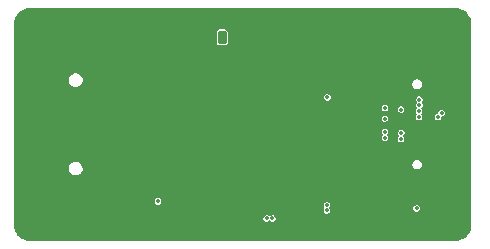
<source format=gbr>
%TF.GenerationSoftware,KiCad,Pcbnew,9.0.0-rc3*%
%TF.CreationDate,2025-02-11T14:32:45-05:00*%
%TF.ProjectId,melonHD,6d656c6f-6e48-4442-9e6b-696361645f70,rev?*%
%TF.SameCoordinates,PX7459280PY6422c40*%
%TF.FileFunction,Copper,L2,Inr*%
%TF.FilePolarity,Positive*%
%FSLAX46Y46*%
G04 Gerber Fmt 4.6, Leading zero omitted, Abs format (unit mm)*
G04 Created by KiCad (PCBNEW 9.0.0-rc3) date 2025-02-11 14:32:45*
%MOMM*%
%LPD*%
G01*
G04 APERTURE LIST*
%TA.AperFunction,ComponentPad*%
%ADD10O,1.600000X0.600000*%
%TD*%
%TA.AperFunction,ComponentPad*%
%ADD11O,1.690000X0.600000*%
%TD*%
%TA.AperFunction,ComponentPad*%
%ADD12O,0.600000X1.200000*%
%TD*%
%TA.AperFunction,ViaPad*%
%ADD13C,0.350000*%
%TD*%
%TA.AperFunction,ViaPad*%
%ADD14C,2.250000*%
%TD*%
%TA.AperFunction,Conductor*%
%ADD15C,0.350000*%
%TD*%
G04 APERTURE END LIST*
%TA.AperFunction,ComponentPad*%
G36*
G01*
X5500000Y14905000D02*
X6550000Y14905000D01*
G75*
G02*
X7025000Y14430000I0J-475000D01*
G01*
X7025000Y14430000D01*
G75*
G02*
X6550000Y13955000I-475000J0D01*
G01*
X5500000Y13955000D01*
G75*
G02*
X5025000Y14430000I0J475000D01*
G01*
X5025000Y14430000D01*
G75*
G02*
X5500000Y14905000I475000J0D01*
G01*
G37*
%TD.AperFunction*%
%TA.AperFunction,ComponentPad*%
G36*
G01*
X5500000Y4045000D02*
X6550000Y4045000D01*
G75*
G02*
X7025000Y3570000I0J-475000D01*
G01*
X7025000Y3570000D01*
G75*
G02*
X6550000Y3095000I-475000J0D01*
G01*
X5500000Y3095000D01*
G75*
G02*
X5025000Y3570000I0J475000D01*
G01*
X5025000Y3570000D01*
G75*
G02*
X5500000Y4045000I475000J0D01*
G01*
G37*
%TD.AperFunction*%
%TA.AperFunction,ComponentPad*%
G36*
G01*
X1100000Y14905000D02*
X1950000Y14905000D01*
G75*
G02*
X2425000Y14430000I0J-475000D01*
G01*
X2425000Y14430000D01*
G75*
G02*
X1950000Y13955000I-475000J0D01*
G01*
X1100000Y13955000D01*
G75*
G02*
X625000Y14430000I0J475000D01*
G01*
X625000Y14430000D01*
G75*
G02*
X1100000Y14905000I475000J0D01*
G01*
G37*
%TD.AperFunction*%
%TA.AperFunction,ComponentPad*%
G36*
G01*
X1100000Y4045000D02*
X1950000Y4045000D01*
G75*
G02*
X2425000Y3570000I0J-475000D01*
G01*
X2425000Y3570000D01*
G75*
G02*
X1950000Y3095000I-475000J0D01*
G01*
X1100000Y3095000D01*
G75*
G02*
X625000Y3570000I0J475000D01*
G01*
X625000Y3570000D01*
G75*
G02*
X1100000Y4045000I475000J0D01*
G01*
G37*
%TD.AperFunction*%
D10*
X32925000Y4680000D03*
D11*
X37475000Y4680000D03*
D12*
X33425000Y4990000D03*
X33425000Y13010000D03*
D10*
X32925000Y13320000D03*
D11*
X37475000Y13320000D03*
%TA.AperFunction,ComponentPad*%
G36*
X31921004Y4706192D02*
G01*
X31921015Y4706383D01*
X31923015Y4732383D01*
X31923033Y4732573D01*
X31926033Y4758573D01*
X31926090Y4758944D01*
X31931090Y4784944D01*
X31931138Y4785167D01*
X31937138Y4810167D01*
X31937172Y4810300D01*
X31944172Y4836300D01*
X31944318Y4836756D01*
X31953318Y4860756D01*
X31953385Y4860923D01*
X31963385Y4884923D01*
X31963455Y4885083D01*
X31974455Y4909083D01*
X31974647Y4909460D01*
X31987647Y4932460D01*
X31987782Y4932684D01*
X32015782Y4976684D01*
X32016023Y4977030D01*
X32032023Y4998030D01*
X32032190Y4998238D01*
X32049190Y5018238D01*
X32049370Y5018439D01*
X32067370Y5037439D01*
X32067561Y5037630D01*
X32086561Y5055630D01*
X32086762Y5055810D01*
X32106762Y5072810D01*
X32106970Y5072977D01*
X32127970Y5088977D01*
X32128316Y5089218D01*
X32172316Y5117218D01*
X32172540Y5117353D01*
X32195540Y5130353D01*
X32195917Y5130545D01*
X32219917Y5141545D01*
X32220077Y5141615D01*
X32244077Y5151615D01*
X32244244Y5151682D01*
X32268244Y5160682D01*
X32268700Y5160828D01*
X32294700Y5167828D01*
X32294833Y5167862D01*
X32319833Y5173862D01*
X32320056Y5173910D01*
X32346056Y5178910D01*
X32346427Y5178967D01*
X32372427Y5181967D01*
X32372617Y5181985D01*
X32398617Y5183985D01*
X32398808Y5183996D01*
X32424808Y5184996D01*
X32425000Y5185000D01*
X32929820Y5185000D01*
X32930764Y5185472D01*
X32933000Y5186000D01*
X32933820Y5186000D01*
X32936764Y5187472D01*
X32939000Y5188000D01*
X32939820Y5188000D01*
X32944036Y5190108D01*
X32946464Y5192536D01*
X32947764Y5193472D01*
X32948273Y5193726D01*
X32948528Y5194236D01*
X32950764Y5196472D01*
X32951273Y5196726D01*
X32951528Y5197236D01*
X32952464Y5198536D01*
X32954892Y5200964D01*
X32957000Y5205180D01*
X32957000Y5206000D01*
X32957528Y5208236D01*
X32959000Y5211180D01*
X32959000Y5212000D01*
X32959528Y5214236D01*
X32960000Y5215180D01*
X32960000Y5260000D01*
X32960004Y5260208D01*
X32961004Y5284208D01*
X32961017Y5284415D01*
X32963017Y5308415D01*
X32963039Y5308620D01*
X32966039Y5332620D01*
X32966068Y5332822D01*
X32970068Y5356822D01*
X32970162Y5357262D01*
X32976162Y5380262D01*
X32976217Y5380456D01*
X32983217Y5403456D01*
X32983278Y5403643D01*
X32991278Y5426643D01*
X32991372Y5426893D01*
X33000372Y5448893D01*
X33000448Y5449069D01*
X33010448Y5471069D01*
X33010659Y5471481D01*
X33034659Y5513481D01*
X33034975Y5513966D01*
X33048975Y5532966D01*
X33049076Y5533098D01*
X33079076Y5571098D01*
X33079464Y5571536D01*
X33113464Y5605536D01*
X33113902Y5605924D01*
X33151902Y5635924D01*
X33152034Y5636025D01*
X33171034Y5650025D01*
X33171519Y5650341D01*
X33213519Y5674341D01*
X33213931Y5674552D01*
X33235931Y5684552D01*
X33236107Y5684628D01*
X33258107Y5693628D01*
X33258357Y5693722D01*
X33281357Y5701722D01*
X33281544Y5701783D01*
X33304544Y5708783D01*
X33304738Y5708838D01*
X33327738Y5714838D01*
X33328178Y5714932D01*
X33352178Y5718932D01*
X33352380Y5718961D01*
X33376380Y5721961D01*
X33376585Y5721983D01*
X33400585Y5723983D01*
X33400792Y5723996D01*
X33424792Y5724996D01*
X33425192Y5724996D01*
X33451192Y5723996D01*
X33451383Y5723985D01*
X33477383Y5721985D01*
X33477573Y5721967D01*
X33503573Y5718967D01*
X33503944Y5718910D01*
X33529944Y5713910D01*
X33530167Y5713862D01*
X33555167Y5707862D01*
X33555300Y5707828D01*
X33581300Y5700828D01*
X33581756Y5700682D01*
X33605756Y5691682D01*
X33605923Y5691615D01*
X33629923Y5681615D01*
X33630083Y5681545D01*
X33654083Y5670545D01*
X33654460Y5670353D01*
X33677460Y5657353D01*
X33677684Y5657218D01*
X33721684Y5629218D01*
X33722030Y5628977D01*
X33743030Y5612977D01*
X33743238Y5612810D01*
X33763238Y5595810D01*
X33763439Y5595630D01*
X33782439Y5577630D01*
X33782630Y5577439D01*
X33800630Y5558439D01*
X33800810Y5558238D01*
X33817810Y5538238D01*
X33817977Y5538030D01*
X33833977Y5517030D01*
X33834218Y5516684D01*
X33862218Y5472684D01*
X33862353Y5472460D01*
X33875353Y5449460D01*
X33875545Y5449083D01*
X33886545Y5425083D01*
X33886615Y5424923D01*
X33896615Y5400923D01*
X33896682Y5400756D01*
X33905682Y5376756D01*
X33905828Y5376300D01*
X33912828Y5350300D01*
X33912862Y5350167D01*
X33918862Y5325167D01*
X33918910Y5324944D01*
X33923910Y5298944D01*
X33923967Y5298573D01*
X33926967Y5272573D01*
X33926985Y5272383D01*
X33928985Y5246383D01*
X33928996Y5246192D01*
X33929996Y5220192D01*
X33930000Y5220000D01*
X33930000Y4680000D01*
X33929996Y4679808D01*
X33928996Y4653808D01*
X33928985Y4653617D01*
X33926985Y4627617D01*
X33926967Y4627427D01*
X33923967Y4601427D01*
X33923910Y4601056D01*
X33918910Y4575056D01*
X33918862Y4574833D01*
X33912862Y4549833D01*
X33912828Y4549700D01*
X33905828Y4523700D01*
X33905682Y4523244D01*
X33896682Y4499244D01*
X33896615Y4499077D01*
X33886615Y4475077D01*
X33886545Y4474917D01*
X33875545Y4450917D01*
X33875353Y4450540D01*
X33862353Y4427540D01*
X33862218Y4427316D01*
X33834218Y4383316D01*
X33833977Y4382970D01*
X33817977Y4361970D01*
X33817810Y4361762D01*
X33800810Y4341762D01*
X33800630Y4341561D01*
X33782630Y4322561D01*
X33782439Y4322370D01*
X33763439Y4304370D01*
X33763238Y4304190D01*
X33743238Y4287190D01*
X33743030Y4287023D01*
X33722030Y4271023D01*
X33721684Y4270782D01*
X33677684Y4242782D01*
X33677460Y4242647D01*
X33654460Y4229647D01*
X33654083Y4229455D01*
X33630083Y4218455D01*
X33629923Y4218385D01*
X33605923Y4208385D01*
X33605756Y4208318D01*
X33581756Y4199318D01*
X33581300Y4199172D01*
X33555300Y4192172D01*
X33555167Y4192138D01*
X33530167Y4186138D01*
X33529944Y4186090D01*
X33503944Y4181090D01*
X33503573Y4181033D01*
X33477573Y4178033D01*
X33477383Y4178015D01*
X33451383Y4176015D01*
X33451192Y4176004D01*
X33425192Y4175004D01*
X33425000Y4175000D01*
X32425000Y4175000D01*
X32424808Y4175004D01*
X32398808Y4176004D01*
X32398617Y4176015D01*
X32372617Y4178015D01*
X32372427Y4178033D01*
X32346427Y4181033D01*
X32346056Y4181090D01*
X32320056Y4186090D01*
X32319833Y4186138D01*
X32294833Y4192138D01*
X32294700Y4192172D01*
X32268700Y4199172D01*
X32268244Y4199318D01*
X32244244Y4208318D01*
X32244077Y4208385D01*
X32220077Y4218385D01*
X32219917Y4218455D01*
X32195917Y4229455D01*
X32195540Y4229647D01*
X32172540Y4242647D01*
X32172316Y4242782D01*
X32128316Y4270782D01*
X32127970Y4271023D01*
X32106970Y4287023D01*
X32106762Y4287190D01*
X32086762Y4304190D01*
X32086561Y4304370D01*
X32067561Y4322370D01*
X32067370Y4322561D01*
X32049370Y4341561D01*
X32049190Y4341762D01*
X32032190Y4361762D01*
X32032023Y4361970D01*
X32016023Y4382970D01*
X32015782Y4383316D01*
X31987782Y4427316D01*
X31987647Y4427540D01*
X31974647Y4450540D01*
X31974455Y4450917D01*
X31963455Y4474917D01*
X31963385Y4475077D01*
X31953385Y4499077D01*
X31953318Y4499244D01*
X31944318Y4523244D01*
X31944172Y4523700D01*
X31937172Y4549700D01*
X31937138Y4549833D01*
X31931138Y4574833D01*
X31931090Y4575056D01*
X31926090Y4601056D01*
X31926033Y4601427D01*
X31923033Y4627427D01*
X31923015Y4627617D01*
X31921015Y4653617D01*
X31921004Y4653808D01*
X31920004Y4679808D01*
X31920004Y4680192D01*
X31921004Y4706192D01*
G37*
%TD.AperFunction*%
%TA.AperFunction,ComponentPad*%
G36*
X31931004Y13346192D02*
G01*
X31931015Y13346383D01*
X31933015Y13372383D01*
X31933033Y13372573D01*
X31936033Y13398573D01*
X31936090Y13398944D01*
X31941090Y13424944D01*
X31941138Y13425167D01*
X31947138Y13450167D01*
X31947172Y13450300D01*
X31954172Y13476300D01*
X31954318Y13476756D01*
X31963318Y13500756D01*
X31963385Y13500923D01*
X31973385Y13524923D01*
X31973455Y13525083D01*
X31984455Y13549083D01*
X31984647Y13549460D01*
X31997647Y13572460D01*
X31997782Y13572684D01*
X32025782Y13616684D01*
X32026023Y13617030D01*
X32042023Y13638030D01*
X32042190Y13638238D01*
X32059190Y13658238D01*
X32059370Y13658439D01*
X32077370Y13677439D01*
X32077561Y13677630D01*
X32096561Y13695630D01*
X32096762Y13695810D01*
X32116762Y13712810D01*
X32116970Y13712977D01*
X32137970Y13728977D01*
X32138316Y13729218D01*
X32182316Y13757218D01*
X32182540Y13757353D01*
X32205540Y13770353D01*
X32205917Y13770545D01*
X32229917Y13781545D01*
X32230077Y13781615D01*
X32254077Y13791615D01*
X32254244Y13791682D01*
X32278244Y13800682D01*
X32278700Y13800828D01*
X32304700Y13807828D01*
X32304833Y13807862D01*
X32329833Y13813862D01*
X32330056Y13813910D01*
X32356056Y13818910D01*
X32356427Y13818967D01*
X32382427Y13821967D01*
X32382617Y13821985D01*
X32408617Y13823985D01*
X32408808Y13823996D01*
X32434808Y13824996D01*
X32435000Y13825000D01*
X33425000Y13825000D01*
X33425192Y13824996D01*
X33451192Y13823996D01*
X33451383Y13823985D01*
X33477383Y13821985D01*
X33477573Y13821967D01*
X33503573Y13818967D01*
X33503944Y13818910D01*
X33529944Y13813910D01*
X33530167Y13813862D01*
X33555167Y13807862D01*
X33555300Y13807828D01*
X33581300Y13800828D01*
X33581756Y13800682D01*
X33605756Y13791682D01*
X33605923Y13791615D01*
X33629923Y13781615D01*
X33630083Y13781545D01*
X33654083Y13770545D01*
X33654460Y13770353D01*
X33677460Y13757353D01*
X33677684Y13757218D01*
X33721684Y13729218D01*
X33722030Y13728977D01*
X33743030Y13712977D01*
X33743238Y13712810D01*
X33763238Y13695810D01*
X33763439Y13695630D01*
X33782439Y13677630D01*
X33782630Y13677439D01*
X33800630Y13658439D01*
X33800810Y13658238D01*
X33817810Y13638238D01*
X33817977Y13638030D01*
X33833977Y13617030D01*
X33834218Y13616684D01*
X33862218Y13572684D01*
X33862353Y13572460D01*
X33875353Y13549460D01*
X33875545Y13549083D01*
X33886545Y13525083D01*
X33886615Y13524923D01*
X33896615Y13500923D01*
X33896682Y13500756D01*
X33905682Y13476756D01*
X33905828Y13476300D01*
X33912828Y13450300D01*
X33912862Y13450167D01*
X33918862Y13425167D01*
X33918910Y13424944D01*
X33923910Y13398944D01*
X33923967Y13398573D01*
X33926967Y13372573D01*
X33926985Y13372383D01*
X33928985Y13346383D01*
X33928996Y13346192D01*
X33929996Y13320192D01*
X33930000Y13320000D01*
X33930000Y12780000D01*
X33929996Y12779808D01*
X33928996Y12753808D01*
X33928985Y12753617D01*
X33926985Y12727617D01*
X33926967Y12727427D01*
X33923967Y12701427D01*
X33923910Y12701056D01*
X33918910Y12675056D01*
X33918862Y12674833D01*
X33912862Y12649833D01*
X33912828Y12649700D01*
X33905828Y12623700D01*
X33905682Y12623244D01*
X33896682Y12599244D01*
X33896615Y12599077D01*
X33886615Y12575077D01*
X33886545Y12574917D01*
X33875545Y12550917D01*
X33875353Y12550540D01*
X33862353Y12527540D01*
X33862218Y12527316D01*
X33834218Y12483316D01*
X33833977Y12482970D01*
X33817977Y12461970D01*
X33817810Y12461762D01*
X33800810Y12441762D01*
X33800630Y12441561D01*
X33782630Y12422561D01*
X33782439Y12422370D01*
X33763439Y12404370D01*
X33763238Y12404190D01*
X33743238Y12387190D01*
X33743030Y12387023D01*
X33722030Y12371023D01*
X33721684Y12370782D01*
X33677684Y12342782D01*
X33677460Y12342647D01*
X33654460Y12329647D01*
X33654083Y12329455D01*
X33630083Y12318455D01*
X33629923Y12318385D01*
X33605923Y12308385D01*
X33605756Y12308318D01*
X33581756Y12299318D01*
X33581300Y12299172D01*
X33555300Y12292172D01*
X33555167Y12292138D01*
X33530167Y12286138D01*
X33529944Y12286090D01*
X33503944Y12281090D01*
X33503573Y12281033D01*
X33477573Y12278033D01*
X33477383Y12278015D01*
X33451383Y12276015D01*
X33451192Y12276004D01*
X33425192Y12275004D01*
X33424815Y12275003D01*
X33397815Y12276003D01*
X33397567Y12276019D01*
X33374567Y12278019D01*
X33374178Y12278068D01*
X33350178Y12282068D01*
X33349938Y12282114D01*
X33326938Y12287114D01*
X33326738Y12287162D01*
X33303738Y12293162D01*
X33303544Y12293217D01*
X33280544Y12300217D01*
X33280291Y12300301D01*
X33258291Y12308301D01*
X33257931Y12308448D01*
X33213931Y12328448D01*
X33213428Y12328713D01*
X33193428Y12340713D01*
X33193275Y12340808D01*
X33173275Y12353808D01*
X33173133Y12353904D01*
X33153133Y12367904D01*
X33152930Y12368053D01*
X33134930Y12382053D01*
X33134678Y12382263D01*
X33116678Y12398263D01*
X33116464Y12398464D01*
X33099464Y12415464D01*
X33099359Y12415573D01*
X33083359Y12432573D01*
X33083175Y12432779D01*
X33067175Y12451779D01*
X33066975Y12452034D01*
X33052975Y12471034D01*
X33052808Y12471275D01*
X33039808Y12491275D01*
X33039713Y12491428D01*
X33027713Y12511428D01*
X33027528Y12511764D01*
X33016528Y12533764D01*
X33016486Y12533850D01*
X33006486Y12554850D01*
X33006372Y12555107D01*
X32997372Y12577107D01*
X32997217Y12577544D01*
X32983217Y12623544D01*
X32983114Y12623938D01*
X32978114Y12646938D01*
X32978068Y12647178D01*
X32974068Y12671178D01*
X32974019Y12671567D01*
X32972017Y12694585D01*
X32970017Y12718585D01*
X32970000Y12719000D01*
X32970000Y12784820D01*
X32969528Y12785764D01*
X32969000Y12788000D01*
X32969000Y12788820D01*
X32967528Y12791764D01*
X32967000Y12794000D01*
X32967000Y12794820D01*
X32964892Y12799036D01*
X32962464Y12801464D01*
X32961528Y12802764D01*
X32961273Y12803274D01*
X32960764Y12803528D01*
X32958528Y12805764D01*
X32958273Y12806274D01*
X32957764Y12806528D01*
X32956464Y12807464D01*
X32954036Y12809892D01*
X32949820Y12812000D01*
X32949000Y12812000D01*
X32946764Y12812528D01*
X32943820Y12814000D01*
X32943000Y12814000D01*
X32940764Y12814528D01*
X32939820Y12815000D01*
X32435000Y12815000D01*
X32434808Y12815004D01*
X32408808Y12816004D01*
X32408617Y12816015D01*
X32382617Y12818015D01*
X32382427Y12818033D01*
X32356427Y12821033D01*
X32356056Y12821090D01*
X32330056Y12826090D01*
X32329833Y12826138D01*
X32304833Y12832138D01*
X32304700Y12832172D01*
X32278700Y12839172D01*
X32278244Y12839318D01*
X32254244Y12848318D01*
X32254077Y12848385D01*
X32230077Y12858385D01*
X32229917Y12858455D01*
X32205917Y12869455D01*
X32205540Y12869647D01*
X32182540Y12882647D01*
X32182316Y12882782D01*
X32138316Y12910782D01*
X32137970Y12911023D01*
X32116970Y12927023D01*
X32116762Y12927190D01*
X32096762Y12944190D01*
X32096561Y12944370D01*
X32077561Y12962370D01*
X32077370Y12962561D01*
X32059370Y12981561D01*
X32059190Y12981762D01*
X32042190Y13001762D01*
X32042023Y13001970D01*
X32026023Y13022970D01*
X32025782Y13023316D01*
X31997782Y13067316D01*
X31997647Y13067540D01*
X31984647Y13090540D01*
X31984455Y13090917D01*
X31973455Y13114917D01*
X31973385Y13115077D01*
X31963385Y13139077D01*
X31963318Y13139244D01*
X31954318Y13163244D01*
X31954172Y13163700D01*
X31947172Y13189700D01*
X31947138Y13189833D01*
X31941138Y13214833D01*
X31941090Y13215056D01*
X31936090Y13241056D01*
X31936033Y13241427D01*
X31933033Y13267427D01*
X31933015Y13267617D01*
X31931015Y13293617D01*
X31931004Y13293808D01*
X31930004Y13319808D01*
X31930004Y13320192D01*
X31931004Y13346192D01*
G37*
%TD.AperFunction*%
%TA.AperFunction,ComponentPad*%
G36*
X36320015Y4943383D02*
G01*
X36321015Y4956383D01*
X36321058Y4956760D01*
X36325058Y4982760D01*
X36325221Y4983470D01*
X36329180Y4996335D01*
X36332149Y5008213D01*
X36332333Y5008795D01*
X36337333Y5021795D01*
X36337385Y5021923D01*
X36342385Y5033923D01*
X36342448Y5034069D01*
X36347448Y5045069D01*
X36347528Y5045236D01*
X36353528Y5057236D01*
X36353782Y5057684D01*
X36360782Y5068684D01*
X36360956Y5068941D01*
X36368956Y5079941D01*
X36369096Y5080123D01*
X36385096Y5100123D01*
X36385284Y5100345D01*
X36394284Y5110345D01*
X36394655Y5110716D01*
X36404655Y5119716D01*
X36404877Y5119904D01*
X36424877Y5135904D01*
X36425059Y5136044D01*
X36436059Y5144044D01*
X36436316Y5144218D01*
X36447316Y5151218D01*
X36447764Y5151472D01*
X36459764Y5157472D01*
X36459931Y5157552D01*
X36470931Y5162552D01*
X36471077Y5162615D01*
X36483077Y5167615D01*
X36483205Y5167667D01*
X36496205Y5172667D01*
X36496787Y5172851D01*
X36508665Y5175820D01*
X36521530Y5179779D01*
X36522240Y5179942D01*
X36548240Y5183942D01*
X36548617Y5183985D01*
X36561617Y5184985D01*
X36562000Y5185000D01*
X38388000Y5185000D01*
X38388383Y5184985D01*
X38401383Y5183985D01*
X38401760Y5183942D01*
X38427760Y5179942D01*
X38428470Y5179779D01*
X38441335Y5175820D01*
X38453213Y5172851D01*
X38453795Y5172667D01*
X38466795Y5167667D01*
X38466923Y5167615D01*
X38478923Y5162615D01*
X38479069Y5162552D01*
X38490069Y5157552D01*
X38490236Y5157472D01*
X38502236Y5151472D01*
X38502684Y5151218D01*
X38513684Y5144218D01*
X38513941Y5144044D01*
X38524941Y5136044D01*
X38525123Y5135904D01*
X38545123Y5119904D01*
X38545345Y5119716D01*
X38555345Y5110716D01*
X38555716Y5110345D01*
X38564716Y5100345D01*
X38564904Y5100123D01*
X38580904Y5080123D01*
X38581044Y5079941D01*
X38589044Y5068941D01*
X38589218Y5068684D01*
X38596218Y5057684D01*
X38596472Y5057236D01*
X38602472Y5045236D01*
X38602552Y5045069D01*
X38607552Y5034069D01*
X38607615Y5033923D01*
X38612615Y5021923D01*
X38612667Y5021795D01*
X38617667Y5008795D01*
X38617851Y5008213D01*
X38620820Y4996335D01*
X38624779Y4983470D01*
X38624942Y4982760D01*
X38628942Y4956760D01*
X38628985Y4956383D01*
X38629985Y4943383D01*
X38630000Y4943000D01*
X38630000Y4417000D01*
X38629985Y4416617D01*
X38628985Y4403617D01*
X38628942Y4403240D01*
X38624942Y4377240D01*
X38624779Y4376530D01*
X38620820Y4363665D01*
X38617851Y4351787D01*
X38617667Y4351205D01*
X38612667Y4338205D01*
X38612615Y4338077D01*
X38607615Y4326077D01*
X38607552Y4325931D01*
X38602552Y4314931D01*
X38602472Y4314764D01*
X38596472Y4302764D01*
X38596218Y4302316D01*
X38589218Y4291316D01*
X38589044Y4291059D01*
X38581044Y4280059D01*
X38580904Y4279877D01*
X38564904Y4259877D01*
X38564716Y4259655D01*
X38555716Y4249655D01*
X38555345Y4249284D01*
X38545345Y4240284D01*
X38545123Y4240096D01*
X38525123Y4224096D01*
X38524941Y4223956D01*
X38513941Y4215956D01*
X38513684Y4215782D01*
X38502684Y4208782D01*
X38502236Y4208528D01*
X38490236Y4202528D01*
X38490069Y4202448D01*
X38479069Y4197448D01*
X38478923Y4197385D01*
X38466923Y4192385D01*
X38466795Y4192333D01*
X38453795Y4187333D01*
X38453213Y4187149D01*
X38441335Y4184180D01*
X38428470Y4180221D01*
X38427760Y4180058D01*
X38401760Y4176058D01*
X38401383Y4176015D01*
X38388383Y4175015D01*
X38388000Y4175000D01*
X36562000Y4175000D01*
X36561617Y4175015D01*
X36548617Y4176015D01*
X36548240Y4176058D01*
X36522240Y4180058D01*
X36521530Y4180221D01*
X36508665Y4184180D01*
X36496787Y4187149D01*
X36496205Y4187333D01*
X36483205Y4192333D01*
X36483077Y4192385D01*
X36471077Y4197385D01*
X36470931Y4197448D01*
X36459931Y4202448D01*
X36459764Y4202528D01*
X36447764Y4208528D01*
X36447316Y4208782D01*
X36436316Y4215782D01*
X36436059Y4215956D01*
X36425059Y4223956D01*
X36424877Y4224096D01*
X36404877Y4240096D01*
X36404655Y4240284D01*
X36394655Y4249284D01*
X36394284Y4249655D01*
X36385284Y4259655D01*
X36385096Y4259877D01*
X36369096Y4279877D01*
X36368956Y4280059D01*
X36360956Y4291059D01*
X36360782Y4291316D01*
X36353782Y4302316D01*
X36353528Y4302764D01*
X36347528Y4314764D01*
X36347448Y4314931D01*
X36342448Y4325931D01*
X36342385Y4326077D01*
X36337385Y4338077D01*
X36337333Y4338205D01*
X36332333Y4351205D01*
X36332149Y4351787D01*
X36329180Y4363665D01*
X36325221Y4376530D01*
X36325058Y4377240D01*
X36321058Y4403240D01*
X36321015Y4403617D01*
X36320015Y4416617D01*
X36320000Y4417000D01*
X36320000Y4943000D01*
X36320015Y4943383D01*
G37*
%TD.AperFunction*%
%TA.AperFunction,ComponentPad*%
G36*
X36320015Y13583383D02*
G01*
X36321015Y13596383D01*
X36321058Y13596760D01*
X36325058Y13622760D01*
X36325221Y13623470D01*
X36329180Y13636335D01*
X36332149Y13648213D01*
X36332333Y13648795D01*
X36337333Y13661795D01*
X36337385Y13661923D01*
X36342385Y13673923D01*
X36342448Y13674069D01*
X36347448Y13685069D01*
X36347528Y13685236D01*
X36353528Y13697236D01*
X36353782Y13697684D01*
X36360782Y13708684D01*
X36360956Y13708941D01*
X36368956Y13719941D01*
X36369096Y13720123D01*
X36385096Y13740123D01*
X36385284Y13740345D01*
X36394284Y13750345D01*
X36394655Y13750716D01*
X36404655Y13759716D01*
X36404877Y13759904D01*
X36424877Y13775904D01*
X36425059Y13776044D01*
X36436059Y13784044D01*
X36436316Y13784218D01*
X36447316Y13791218D01*
X36447764Y13791472D01*
X36459764Y13797472D01*
X36459931Y13797552D01*
X36470931Y13802552D01*
X36471077Y13802615D01*
X36483077Y13807615D01*
X36483205Y13807667D01*
X36496205Y13812667D01*
X36496787Y13812851D01*
X36508665Y13815820D01*
X36521530Y13819779D01*
X36522240Y13819942D01*
X36548240Y13823942D01*
X36548617Y13823985D01*
X36561617Y13824985D01*
X36562000Y13825000D01*
X38388000Y13825000D01*
X38388383Y13824985D01*
X38401383Y13823985D01*
X38401760Y13823942D01*
X38427760Y13819942D01*
X38428470Y13819779D01*
X38441335Y13815820D01*
X38453213Y13812851D01*
X38453795Y13812667D01*
X38466795Y13807667D01*
X38466923Y13807615D01*
X38478923Y13802615D01*
X38479069Y13802552D01*
X38490069Y13797552D01*
X38490236Y13797472D01*
X38502236Y13791472D01*
X38502684Y13791218D01*
X38513684Y13784218D01*
X38513941Y13784044D01*
X38524941Y13776044D01*
X38525123Y13775904D01*
X38545123Y13759904D01*
X38545345Y13759716D01*
X38555345Y13750716D01*
X38555716Y13750345D01*
X38564716Y13740345D01*
X38564904Y13740123D01*
X38580904Y13720123D01*
X38581044Y13719941D01*
X38589044Y13708941D01*
X38589218Y13708684D01*
X38596218Y13697684D01*
X38596472Y13697236D01*
X38602472Y13685236D01*
X38602552Y13685069D01*
X38607552Y13674069D01*
X38607615Y13673923D01*
X38612615Y13661923D01*
X38612667Y13661795D01*
X38617667Y13648795D01*
X38617851Y13648213D01*
X38620820Y13636335D01*
X38624779Y13623470D01*
X38624942Y13622760D01*
X38628942Y13596760D01*
X38628985Y13596383D01*
X38629985Y13583383D01*
X38630000Y13583000D01*
X38630000Y13057000D01*
X38629985Y13056617D01*
X38628985Y13043617D01*
X38628942Y13043240D01*
X38624942Y13017240D01*
X38624779Y13016530D01*
X38620820Y13003665D01*
X38617851Y12991787D01*
X38617667Y12991205D01*
X38612667Y12978205D01*
X38612615Y12978077D01*
X38607615Y12966077D01*
X38607552Y12965931D01*
X38602552Y12954931D01*
X38602472Y12954764D01*
X38596472Y12942764D01*
X38596218Y12942316D01*
X38589218Y12931316D01*
X38589044Y12931059D01*
X38581044Y12920059D01*
X38580904Y12919877D01*
X38564904Y12899877D01*
X38564716Y12899655D01*
X38555716Y12889655D01*
X38555345Y12889284D01*
X38545345Y12880284D01*
X38545123Y12880096D01*
X38525123Y12864096D01*
X38524941Y12863956D01*
X38513941Y12855956D01*
X38513684Y12855782D01*
X38502684Y12848782D01*
X38502236Y12848528D01*
X38490236Y12842528D01*
X38490069Y12842448D01*
X38479069Y12837448D01*
X38478923Y12837385D01*
X38466923Y12832385D01*
X38466795Y12832333D01*
X38453795Y12827333D01*
X38453213Y12827149D01*
X38441335Y12824180D01*
X38428470Y12820221D01*
X38427760Y12820058D01*
X38401760Y12816058D01*
X38401383Y12816015D01*
X38388383Y12815015D01*
X38388000Y12815000D01*
X36562000Y12815000D01*
X36561617Y12815015D01*
X36548617Y12816015D01*
X36548240Y12816058D01*
X36522240Y12820058D01*
X36521530Y12820221D01*
X36508665Y12824180D01*
X36496787Y12827149D01*
X36496205Y12827333D01*
X36483205Y12832333D01*
X36483077Y12832385D01*
X36471077Y12837385D01*
X36470931Y12837448D01*
X36459931Y12842448D01*
X36459764Y12842528D01*
X36447764Y12848528D01*
X36447316Y12848782D01*
X36436316Y12855782D01*
X36436059Y12855956D01*
X36425059Y12863956D01*
X36424877Y12864096D01*
X36404877Y12880096D01*
X36404655Y12880284D01*
X36394655Y12889284D01*
X36394284Y12889655D01*
X36385284Y12899655D01*
X36385096Y12899877D01*
X36369096Y12919877D01*
X36368956Y12920059D01*
X36360956Y12931059D01*
X36360782Y12931316D01*
X36353782Y12942316D01*
X36353528Y12942764D01*
X36347528Y12954764D01*
X36347448Y12954931D01*
X36342448Y12965931D01*
X36342385Y12966077D01*
X36337385Y12978077D01*
X36337333Y12978205D01*
X36332333Y12991205D01*
X36332149Y12991787D01*
X36329180Y13003665D01*
X36325221Y13016530D01*
X36325058Y13017240D01*
X36321058Y13043240D01*
X36321015Y13043617D01*
X36320015Y13056617D01*
X36320000Y13057000D01*
X36320000Y13583000D01*
X36320015Y13583383D01*
G37*
%TD.AperFunction*%
D13*
X17974872Y15960080D03*
X17574872Y15960080D03*
X32933614Y10242001D03*
X17574872Y16360080D03*
X17574872Y16760080D03*
X31568865Y10379061D03*
X31567638Y7880268D03*
X17974872Y16360080D03*
X32933614Y7742001D03*
X34453087Y10121782D03*
X17974872Y16760080D03*
X34233614Y1892001D03*
X20733614Y5442001D03*
X13333614Y10392001D03*
X35533614Y-307999D03*
X14923614Y3612001D03*
D14*
X37500000Y500000D03*
D13*
X13533614Y17492001D03*
X5150000Y11392001D03*
X10533614Y8992001D03*
X3550000Y9100000D03*
X3600000Y13150000D03*
X3600000Y5150000D03*
X20733614Y7442001D03*
X29402011Y-351520D03*
X21020762Y18203468D03*
X21733614Y5442001D03*
X6550000Y6000000D03*
X10533614Y7492001D03*
X26553614Y912001D03*
X32166541Y12362369D03*
X13033614Y12792001D03*
X25033614Y16792001D03*
X13083614Y6322001D03*
X28633614Y1862001D03*
X31545115Y12705493D03*
X31700000Y6000000D03*
X10533614Y5992001D03*
X30863643Y12047490D03*
X17783614Y10452001D03*
X2633614Y2192001D03*
X9933614Y4292001D03*
X6550000Y9600000D03*
X32163878Y5851436D03*
X32638799Y5596478D03*
X14733614Y1992001D03*
D14*
X37500000Y17500000D03*
D13*
X34405946Y13082119D03*
X10603499Y10473800D03*
X36145065Y14050067D03*
X31838932Y5451502D03*
X19733614Y6442001D03*
X19733614Y5442001D03*
X21733614Y7442001D03*
X32633614Y16712001D03*
X21133614Y15992001D03*
X32873760Y6046404D03*
X6550000Y7200000D03*
X38050000Y11700000D03*
X35850000Y3000000D03*
X23049963Y13872856D03*
X10504039Y12020917D03*
X19733614Y7442001D03*
X9400000Y6000000D03*
X28483614Y8252001D03*
X13203614Y15322001D03*
X31610777Y4983076D03*
X30473614Y5272001D03*
X13333614Y1992001D03*
X34233614Y492001D03*
X38133614Y2792001D03*
X34908423Y6016409D03*
X34841757Y15124890D03*
X14733614Y10392001D03*
X28463614Y6432001D03*
X14923614Y5442001D03*
X6550000Y11200000D03*
X25233614Y-407999D03*
X21793614Y1682001D03*
X13733614Y-307999D03*
X27433614Y18292001D03*
X10263614Y14212001D03*
X1600000Y6900000D03*
X16133614Y17092001D03*
X28833614Y13502001D03*
X13043614Y8132001D03*
X28133614Y10392001D03*
X20006162Y2885475D03*
X29873614Y11542001D03*
X26543614Y7332001D03*
X26543614Y3702001D03*
X33009002Y11984714D03*
X7633614Y4992001D03*
X34469751Y11547903D03*
X25033614Y18292001D03*
X26553614Y9102001D03*
X23923614Y10752001D03*
X4203614Y612001D03*
X14913614Y7212001D03*
X34273876Y13604893D03*
X32650714Y12309110D03*
X16633614Y16892001D03*
X18433614Y-407999D03*
X35488327Y6711294D03*
X37500000Y9000000D03*
X36154029Y11432432D03*
X16633614Y18292001D03*
X16133614Y18092001D03*
X3358614Y17292001D03*
X21223614Y11912001D03*
X20733614Y6442001D03*
D14*
X1500000Y500000D03*
D13*
X26543614Y5482001D03*
X19333614Y13592001D03*
X30513614Y9242001D03*
X6450000Y2000000D03*
X37850000Y6200000D03*
X26733614Y10392001D03*
X38133614Y15492001D03*
X17533614Y1592001D03*
X9933614Y16442001D03*
X5000000Y7050000D03*
X35701691Y9329107D03*
X30933614Y10142001D03*
X21733614Y6442001D03*
X9400000Y9000000D03*
X13093614Y4532001D03*
X28473614Y4622001D03*
X7483614Y15392001D03*
X1500000Y10950000D03*
X35833614Y16692001D03*
X3450000Y15250000D03*
X15833614Y13592001D03*
X36659566Y10284935D03*
X30023614Y2952001D03*
X6535717Y-374813D03*
X6550000Y8400000D03*
X16133614Y17592001D03*
X14913614Y9042001D03*
D14*
X1500000Y17500000D03*
D13*
X34449191Y9628541D03*
X21533614Y1042001D03*
X22033614Y1042001D03*
X31568106Y8373844D03*
X26673614Y11292001D03*
X12333614Y2492001D03*
X26633614Y1712001D03*
X31545365Y9483372D03*
X32938896Y8296087D03*
X26633614Y2150904D03*
X34466897Y11092001D03*
X36345175Y9945175D03*
X36034825Y9634825D03*
X34462781Y10653118D03*
D15*
X17574872Y16360080D02*
X17974872Y15960080D01*
X17574872Y15960080D02*
X17974872Y15960080D01*
X17574872Y16760080D02*
X17974872Y16760080D01*
X17974872Y16760080D02*
X17974872Y15960080D01*
X17574872Y16760080D02*
X17974872Y16360080D01*
X17574872Y16760080D02*
X17574872Y15960080D01*
%TA.AperFunction,Conductor*%
G36*
X37501918Y18872349D02*
G01*
X37521328Y18870822D01*
X37710867Y18855905D01*
X37718450Y18854704D01*
X37920380Y18806225D01*
X37927686Y18803851D01*
X38119546Y18724379D01*
X38126386Y18720894D01*
X38303448Y18612390D01*
X38309659Y18607879D01*
X38461943Y18477816D01*
X38467571Y18473009D01*
X38473008Y18467572D01*
X38578738Y18343778D01*
X38607874Y18309665D01*
X38612393Y18303444D01*
X38720889Y18126394D01*
X38724380Y18119543D01*
X38803849Y17927688D01*
X38806225Y17920376D01*
X38854701Y17718458D01*
X38855904Y17710864D01*
X38872349Y17501919D01*
X38872500Y17498074D01*
X38872500Y501927D01*
X38872349Y498082D01*
X38855904Y289137D01*
X38854701Y281543D01*
X38806225Y79625D01*
X38803849Y72313D01*
X38724380Y-119542D01*
X38720889Y-126393D01*
X38612393Y-303443D01*
X38607874Y-309664D01*
X38473008Y-467571D01*
X38467571Y-473008D01*
X38309664Y-607874D01*
X38303443Y-612393D01*
X38126393Y-720889D01*
X38119542Y-724380D01*
X37927687Y-803849D01*
X37920375Y-806225D01*
X37718457Y-854701D01*
X37710863Y-855904D01*
X37501919Y-872349D01*
X37498074Y-872500D01*
X1501926Y-872500D01*
X1498081Y-872349D01*
X1289136Y-855904D01*
X1281542Y-854701D01*
X1079624Y-806225D01*
X1072312Y-803849D01*
X880457Y-724380D01*
X873609Y-720890D01*
X696553Y-612391D01*
X690338Y-607876D01*
X532428Y-473008D01*
X526991Y-467571D01*
X421263Y-343780D01*
X392121Y-309659D01*
X387610Y-303448D01*
X279106Y-126386D01*
X275619Y-119542D01*
X275602Y-119502D01*
X196149Y72314D01*
X193774Y79625D01*
X145296Y281550D01*
X144095Y289133D01*
X127651Y498083D01*
X127500Y501927D01*
X127500Y586432D01*
X622500Y586432D01*
X622500Y413569D01*
X656219Y244053D01*
X656222Y244043D01*
X722369Y84348D01*
X730411Y72313D01*
X811466Y-48996D01*
X818401Y-59374D01*
X940626Y-181599D01*
X1084348Y-277631D01*
X1244043Y-343778D01*
X1244049Y-343779D01*
X1244052Y-343780D01*
X1413568Y-377499D01*
X1413574Y-377500D01*
X1586426Y-377500D01*
X1755957Y-343778D01*
X1915652Y-277631D01*
X2059374Y-181599D01*
X2181599Y-59374D01*
X2277631Y84348D01*
X2343778Y244043D01*
X2377500Y413574D01*
X2377500Y586426D01*
X2377499Y586432D01*
X36622500Y586432D01*
X36622500Y413569D01*
X36656219Y244053D01*
X36656222Y244043D01*
X36722369Y84348D01*
X36730411Y72313D01*
X36811466Y-48996D01*
X36818401Y-59374D01*
X36940626Y-181599D01*
X37084348Y-277631D01*
X37244043Y-343778D01*
X37244049Y-343779D01*
X37244052Y-343780D01*
X37413568Y-377499D01*
X37413574Y-377500D01*
X37586426Y-377500D01*
X37755957Y-343778D01*
X37915652Y-277631D01*
X38059374Y-181599D01*
X38181599Y-59374D01*
X38277631Y84348D01*
X38343778Y244043D01*
X38377500Y413574D01*
X38377500Y586426D01*
X38343778Y755957D01*
X38277631Y915652D01*
X38181599Y1059374D01*
X38059374Y1181599D01*
X38034735Y1198062D01*
X38007493Y1216265D01*
X37915652Y1277631D01*
X37915649Y1277633D01*
X37915648Y1277633D01*
X37755958Y1343778D01*
X37755947Y1343781D01*
X37586431Y1377500D01*
X37586426Y1377500D01*
X37413574Y1377500D01*
X37413568Y1377500D01*
X37244052Y1343781D01*
X37244041Y1343778D01*
X37084351Y1277633D01*
X36940626Y1181600D01*
X36818400Y1059374D01*
X36722367Y915649D01*
X36656222Y755959D01*
X36656219Y755948D01*
X36622500Y586432D01*
X2377499Y586432D01*
X2343778Y755957D01*
X2277631Y915652D01*
X2181599Y1059374D01*
X2144170Y1096803D01*
X21258114Y1096803D01*
X21258114Y1096801D01*
X21258114Y987201D01*
X21300057Y885943D01*
X21300058Y885942D01*
X21300059Y885940D01*
X21377553Y808446D01*
X21377554Y808446D01*
X21377556Y808444D01*
X21478814Y766501D01*
X21478816Y766501D01*
X21588412Y766501D01*
X21588414Y766501D01*
X21689672Y808444D01*
X21689674Y808446D01*
X21689675Y808446D01*
X21748966Y867737D01*
X21783614Y882089D01*
X21818262Y867737D01*
X21877553Y808446D01*
X21877554Y808446D01*
X21877556Y808444D01*
X21978814Y766501D01*
X21978816Y766501D01*
X22088412Y766501D01*
X22088414Y766501D01*
X22189672Y808444D01*
X22189674Y808446D01*
X22189675Y808446D01*
X22267169Y885940D01*
X22267169Y885941D01*
X22267171Y885943D01*
X22309114Y987201D01*
X22309114Y1096801D01*
X22267171Y1198059D01*
X22267169Y1198061D01*
X22267169Y1198062D01*
X22189675Y1275556D01*
X22189673Y1275557D01*
X22189672Y1275558D01*
X22130358Y1300127D01*
X22088415Y1317501D01*
X22088414Y1317501D01*
X21978814Y1317501D01*
X21978812Y1317501D01*
X21894926Y1282753D01*
X21882566Y1277633D01*
X21877554Y1275557D01*
X21818262Y1216265D01*
X21783614Y1201913D01*
X21748966Y1216265D01*
X21689675Y1275556D01*
X21689673Y1275557D01*
X21689672Y1275558D01*
X21630358Y1300127D01*
X21588415Y1317501D01*
X21588414Y1317501D01*
X21478814Y1317501D01*
X21478812Y1317501D01*
X21394926Y1282753D01*
X21382566Y1277633D01*
X21377554Y1275557D01*
X21300058Y1198061D01*
X21258114Y1096803D01*
X2144170Y1096803D01*
X2059374Y1181599D01*
X2034735Y1198062D01*
X2007493Y1216265D01*
X1915652Y1277631D01*
X1915649Y1277633D01*
X1915648Y1277633D01*
X1755958Y1343778D01*
X1755947Y1343781D01*
X1586431Y1377500D01*
X1586426Y1377500D01*
X1413574Y1377500D01*
X1413568Y1377500D01*
X1244052Y1343781D01*
X1244041Y1343778D01*
X1084351Y1277633D01*
X940626Y1181600D01*
X818400Y1059374D01*
X722367Y915649D01*
X656222Y755959D01*
X656219Y755948D01*
X622500Y586432D01*
X127500Y586432D01*
X127500Y2205706D01*
X26358114Y2205706D01*
X26358114Y2205704D01*
X26358114Y2096104D01*
X26400057Y1994846D01*
X26400058Y1994845D01*
X26400059Y1994843D01*
X26428801Y1966101D01*
X26443153Y1931453D01*
X26428802Y1896806D01*
X26400057Y1868061D01*
X26358114Y1766803D01*
X26358114Y1766801D01*
X26358114Y1657201D01*
X26400057Y1555943D01*
X26400058Y1555942D01*
X26400059Y1555940D01*
X26477553Y1478446D01*
X26477554Y1478446D01*
X26477556Y1478444D01*
X26578814Y1436501D01*
X26578816Y1436501D01*
X26688412Y1436501D01*
X26688414Y1436501D01*
X26789672Y1478444D01*
X26789674Y1478446D01*
X26789675Y1478446D01*
X26867169Y1555940D01*
X26867169Y1555941D01*
X26867171Y1555943D01*
X26909114Y1657201D01*
X26909114Y1766801D01*
X26867171Y1868059D01*
X26867169Y1868061D01*
X26867169Y1868062D01*
X26838425Y1896806D01*
X26824074Y1931454D01*
X26830019Y1945806D01*
X26830432Y1946803D01*
X33958114Y1946803D01*
X33958114Y1946801D01*
X33958114Y1837201D01*
X34000057Y1735943D01*
X34000058Y1735942D01*
X34000059Y1735940D01*
X34077553Y1658446D01*
X34077554Y1658446D01*
X34077556Y1658444D01*
X34178814Y1616501D01*
X34178816Y1616501D01*
X34288412Y1616501D01*
X34288414Y1616501D01*
X34389672Y1658444D01*
X34389674Y1658446D01*
X34389675Y1658446D01*
X34467169Y1735940D01*
X34467169Y1735941D01*
X34467171Y1735943D01*
X34509114Y1837201D01*
X34509114Y1946801D01*
X34467171Y2048059D01*
X34467169Y2048061D01*
X34467169Y2048062D01*
X34389675Y2125556D01*
X34389673Y2125557D01*
X34389672Y2125558D01*
X34330358Y2150127D01*
X34288415Y2167501D01*
X34288414Y2167501D01*
X34178814Y2167501D01*
X34178812Y2167501D01*
X34077554Y2125557D01*
X34000058Y2048061D01*
X33958114Y1946803D01*
X26830432Y1946803D01*
X26838426Y1966101D01*
X26838427Y1966102D01*
X26858602Y1986276D01*
X26867169Y1994843D01*
X26867169Y1994845D01*
X26867171Y1994846D01*
X26909114Y2096104D01*
X26909114Y2205704D01*
X26867171Y2306962D01*
X26867169Y2306964D01*
X26867169Y2306965D01*
X26789675Y2384459D01*
X26789673Y2384460D01*
X26789672Y2384461D01*
X26730358Y2409030D01*
X26688415Y2426404D01*
X26688414Y2426404D01*
X26578814Y2426404D01*
X26578812Y2426404D01*
X26477554Y2384460D01*
X26400058Y2306964D01*
X26358114Y2205706D01*
X127500Y2205706D01*
X127500Y2546803D01*
X12058114Y2546803D01*
X12058114Y2546801D01*
X12058114Y2437201D01*
X12100057Y2335943D01*
X12100058Y2335942D01*
X12100059Y2335940D01*
X12177553Y2258446D01*
X12177554Y2258446D01*
X12177556Y2258444D01*
X12278814Y2216501D01*
X12278816Y2216501D01*
X12388412Y2216501D01*
X12388414Y2216501D01*
X12489672Y2258444D01*
X12489674Y2258446D01*
X12489675Y2258446D01*
X12567169Y2335940D01*
X12567169Y2335941D01*
X12567171Y2335943D01*
X12609114Y2437201D01*
X12609114Y2546801D01*
X12567171Y2648059D01*
X12567169Y2648061D01*
X12567169Y2648062D01*
X12489675Y2725556D01*
X12489673Y2725557D01*
X12489672Y2725558D01*
X12430358Y2750127D01*
X12388415Y2767501D01*
X12388414Y2767501D01*
X12278814Y2767501D01*
X12278812Y2767501D01*
X12177554Y2725557D01*
X12100058Y2648061D01*
X12058114Y2546803D01*
X127500Y2546803D01*
X127500Y5326033D01*
X4797500Y5326033D01*
X4797500Y5173968D01*
X4836855Y5027095D01*
X4836856Y5027091D01*
X4892763Y4930259D01*
X4912885Y4895407D01*
X5020407Y4787885D01*
X5068605Y4760058D01*
X5152090Y4711857D01*
X5152092Y4711857D01*
X5152093Y4711856D01*
X5267927Y4680819D01*
X5298967Y4672501D01*
X5298968Y4672500D01*
X5298971Y4672500D01*
X5451032Y4672500D01*
X5451032Y4672501D01*
X5597907Y4711856D01*
X5729593Y4787885D01*
X5837115Y4895407D01*
X5913144Y5027093D01*
X5952499Y5173968D01*
X5952500Y5173968D01*
X5952500Y5326032D01*
X5952499Y5326033D01*
X5939803Y5373415D01*
X5913144Y5472907D01*
X5913143Y5472908D01*
X5913143Y5472910D01*
X5857237Y5569741D01*
X5837115Y5604593D01*
X5788058Y5653650D01*
X33867500Y5653650D01*
X33867500Y5546351D01*
X33895271Y5442711D01*
X33895271Y5442709D01*
X33948914Y5349796D01*
X33948917Y5349792D01*
X33948919Y5349789D01*
X34024789Y5273919D01*
X34024792Y5273918D01*
X34024795Y5273915D01*
X34117709Y5220272D01*
X34117711Y5220271D01*
X34163861Y5207905D01*
X34221350Y5192500D01*
X34221352Y5192500D01*
X34328650Y5192500D01*
X34364811Y5202191D01*
X34432289Y5220271D01*
X34525211Y5273919D01*
X34601081Y5349789D01*
X34654729Y5442711D01*
X34682500Y5546352D01*
X34682500Y5653648D01*
X34682500Y5653650D01*
X34666834Y5712114D01*
X34654729Y5757289D01*
X34654728Y5757291D01*
X34654728Y5757292D01*
X34601085Y5850205D01*
X34601082Y5850208D01*
X34601081Y5850211D01*
X34525211Y5926081D01*
X34525208Y5926083D01*
X34525204Y5926086D01*
X34432290Y5979729D01*
X34328650Y6007500D01*
X34328648Y6007500D01*
X34221352Y6007500D01*
X34221350Y6007500D01*
X34117710Y5979729D01*
X34117708Y5979729D01*
X34024795Y5926086D01*
X34024786Y5926079D01*
X33948921Y5850214D01*
X33948914Y5850205D01*
X33895271Y5757292D01*
X33895271Y5757290D01*
X33867500Y5653650D01*
X5788058Y5653650D01*
X5729593Y5712115D01*
X5704160Y5726799D01*
X5597909Y5788144D01*
X5597905Y5788145D01*
X5451032Y5827500D01*
X5451029Y5827500D01*
X5298971Y5827500D01*
X5298968Y5827500D01*
X5152094Y5788145D01*
X5152090Y5788144D01*
X5020406Y5712115D01*
X5020406Y5712114D01*
X4912886Y5604594D01*
X4912885Y5604594D01*
X4836856Y5472910D01*
X4836855Y5472906D01*
X4797500Y5326033D01*
X127500Y5326033D01*
X127500Y7935070D01*
X31292138Y7935070D01*
X31292138Y7825467D01*
X31304012Y7796801D01*
X31334081Y7724210D01*
X31334082Y7724209D01*
X31334083Y7724207D01*
X31411577Y7646713D01*
X31411578Y7646713D01*
X31411580Y7646711D01*
X31512838Y7604768D01*
X31512840Y7604768D01*
X31622436Y7604768D01*
X31622438Y7604768D01*
X31723696Y7646711D01*
X31723698Y7646713D01*
X31723699Y7646713D01*
X31801193Y7724207D01*
X31801193Y7724208D01*
X31801195Y7724210D01*
X31831264Y7796803D01*
X32658114Y7796803D01*
X32658114Y7796801D01*
X32658114Y7687201D01*
X32700057Y7585943D01*
X32700058Y7585942D01*
X32700059Y7585940D01*
X32777553Y7508446D01*
X32777554Y7508446D01*
X32777556Y7508444D01*
X32878814Y7466501D01*
X32878816Y7466501D01*
X32988412Y7466501D01*
X32988414Y7466501D01*
X33089672Y7508444D01*
X33089674Y7508446D01*
X33089675Y7508446D01*
X33167169Y7585940D01*
X33167169Y7585941D01*
X33167171Y7585943D01*
X33209114Y7687201D01*
X33209114Y7796801D01*
X33167171Y7898059D01*
X33167169Y7898061D01*
X33167169Y7898062D01*
X33089673Y7975558D01*
X33087564Y7976967D01*
X33066728Y8008150D01*
X33074045Y8044932D01*
X33091398Y8059171D01*
X33090944Y8059851D01*
X33094957Y8062532D01*
X33172451Y8140026D01*
X33172451Y8140027D01*
X33172453Y8140029D01*
X33214396Y8241287D01*
X33214396Y8350887D01*
X33172453Y8452145D01*
X33172451Y8452147D01*
X33172451Y8452148D01*
X33094957Y8529642D01*
X33094955Y8529643D01*
X33094954Y8529644D01*
X33035640Y8554213D01*
X32993697Y8571587D01*
X32993696Y8571587D01*
X32884096Y8571587D01*
X32884094Y8571587D01*
X32800208Y8536839D01*
X32783469Y8529905D01*
X32782836Y8529643D01*
X32705340Y8452147D01*
X32663396Y8350889D01*
X32663396Y8241286D01*
X32673131Y8217785D01*
X32705339Y8140029D01*
X32705340Y8140028D01*
X32705341Y8140026D01*
X32782834Y8062533D01*
X32784944Y8061123D01*
X32805780Y8029941D01*
X32798465Y7993158D01*
X32781113Y7978916D01*
X32781566Y7978237D01*
X32777553Y7975556D01*
X32700058Y7898061D01*
X32658114Y7796803D01*
X31831264Y7796803D01*
X31843138Y7825468D01*
X31843138Y7935068D01*
X31801195Y8036326D01*
X31801193Y8036328D01*
X31801193Y8036329D01*
X31745347Y8092175D01*
X31730995Y8126823D01*
X31745346Y8161470D01*
X31801663Y8217786D01*
X31843606Y8319044D01*
X31843606Y8428644D01*
X31801663Y8529902D01*
X31801661Y8529904D01*
X31801661Y8529905D01*
X31724167Y8607399D01*
X31724165Y8607400D01*
X31724164Y8607401D01*
X31664850Y8631970D01*
X31622907Y8649344D01*
X31622906Y8649344D01*
X31513306Y8649344D01*
X31513304Y8649344D01*
X31412046Y8607400D01*
X31334550Y8529904D01*
X31292606Y8428646D01*
X31292606Y8428644D01*
X31292606Y8319044D01*
X31334549Y8217786D01*
X31334550Y8217785D01*
X31334551Y8217783D01*
X31390396Y8161938D01*
X31404748Y8127290D01*
X31390396Y8092642D01*
X31334082Y8036328D01*
X31292138Y7935070D01*
X127500Y7935070D01*
X127500Y9538174D01*
X31269865Y9538174D01*
X31269865Y9538172D01*
X31269865Y9428572D01*
X31311808Y9327314D01*
X31311809Y9327313D01*
X31311810Y9327311D01*
X31389304Y9249817D01*
X31389305Y9249817D01*
X31389307Y9249815D01*
X31490565Y9207872D01*
X31490567Y9207872D01*
X31600163Y9207872D01*
X31600165Y9207872D01*
X31701423Y9249815D01*
X31701425Y9249817D01*
X31701426Y9249817D01*
X31778920Y9327311D01*
X31778920Y9327312D01*
X31778922Y9327314D01*
X31820865Y9428572D01*
X31820865Y9538172D01*
X31778922Y9639430D01*
X31778920Y9639432D01*
X31778920Y9639433D01*
X31735010Y9683343D01*
X34173691Y9683343D01*
X34173691Y9573740D01*
X34188424Y9538172D01*
X34215634Y9472483D01*
X34215635Y9472482D01*
X34215636Y9472480D01*
X34293130Y9394986D01*
X34293131Y9394986D01*
X34293133Y9394984D01*
X34394391Y9353041D01*
X34394393Y9353041D01*
X34503989Y9353041D01*
X34503991Y9353041D01*
X34605249Y9394984D01*
X34605251Y9394986D01*
X34605252Y9394986D01*
X34682746Y9472480D01*
X34682746Y9472481D01*
X34682748Y9472483D01*
X34724691Y9573741D01*
X34724691Y9683341D01*
X34722087Y9689627D01*
X35759325Y9689627D01*
X35759325Y9580024D01*
X35761928Y9573741D01*
X35801268Y9478767D01*
X35801269Y9478766D01*
X35801270Y9478764D01*
X35878764Y9401270D01*
X35878765Y9401270D01*
X35878767Y9401268D01*
X35980025Y9359325D01*
X35980027Y9359325D01*
X36089623Y9359325D01*
X36089625Y9359325D01*
X36190883Y9401268D01*
X36190885Y9401270D01*
X36190886Y9401270D01*
X36268380Y9478764D01*
X36268380Y9478765D01*
X36268382Y9478767D01*
X36310325Y9580025D01*
X36310325Y9620675D01*
X36324677Y9655323D01*
X36359325Y9669675D01*
X36399973Y9669675D01*
X36399975Y9669675D01*
X36501233Y9711618D01*
X36501235Y9711620D01*
X36501236Y9711620D01*
X36578730Y9789114D01*
X36578730Y9789115D01*
X36578732Y9789117D01*
X36620675Y9890375D01*
X36620675Y9999975D01*
X36578732Y10101233D01*
X36578730Y10101235D01*
X36578730Y10101236D01*
X36501236Y10178730D01*
X36501234Y10178731D01*
X36501233Y10178732D01*
X36441919Y10203301D01*
X36399976Y10220675D01*
X36399975Y10220675D01*
X36290375Y10220675D01*
X36290373Y10220675D01*
X36189115Y10178731D01*
X36111619Y10101235D01*
X36069675Y9999977D01*
X36069675Y9959325D01*
X36055323Y9924677D01*
X36020675Y9910325D01*
X35980023Y9910325D01*
X35878765Y9868381D01*
X35801269Y9790885D01*
X35801268Y9790884D01*
X35801268Y9790883D01*
X35798665Y9784599D01*
X35759325Y9689627D01*
X34722087Y9689627D01*
X34682748Y9784599D01*
X34682746Y9784601D01*
X34682746Y9784602D01*
X34628782Y9838566D01*
X34614430Y9873214D01*
X34628782Y9907862D01*
X34686644Y9965724D01*
X34728587Y10066982D01*
X34728587Y10176582D01*
X34686644Y10277840D01*
X34686642Y10277842D01*
X34686642Y10277843D01*
X34616530Y10347955D01*
X34602178Y10382603D01*
X34616530Y10417251D01*
X34696336Y10497057D01*
X34696336Y10497058D01*
X34696338Y10497060D01*
X34738281Y10598318D01*
X34738281Y10707918D01*
X34696338Y10809176D01*
X34669659Y10835855D01*
X34655308Y10870501D01*
X34669657Y10905148D01*
X34700454Y10935943D01*
X34742397Y11037201D01*
X34742397Y11146801D01*
X34700454Y11248059D01*
X34700452Y11248061D01*
X34700452Y11248062D01*
X34622958Y11325556D01*
X34622956Y11325557D01*
X34622955Y11325558D01*
X34563641Y11350127D01*
X34521698Y11367501D01*
X34521697Y11367501D01*
X34412097Y11367501D01*
X34412095Y11367501D01*
X34310837Y11325557D01*
X34233341Y11248061D01*
X34191397Y11146803D01*
X34191397Y11146801D01*
X34191397Y11037201D01*
X34233340Y10935943D01*
X34233341Y10935942D01*
X34233342Y10935940D01*
X34260016Y10909266D01*
X34274368Y10874618D01*
X34260017Y10839971D01*
X34229224Y10809178D01*
X34187281Y10707920D01*
X34187281Y10707918D01*
X34187281Y10598318D01*
X34229224Y10497060D01*
X34229225Y10497059D01*
X34229226Y10497057D01*
X34299338Y10426945D01*
X34313690Y10392297D01*
X34299338Y10357649D01*
X34219531Y10277842D01*
X34177587Y10176584D01*
X34177587Y10176582D01*
X34177587Y10066982D01*
X34219530Y9965724D01*
X34219531Y9965723D01*
X34219532Y9965721D01*
X34273495Y9911758D01*
X34287847Y9877110D01*
X34273496Y9842462D01*
X34215634Y9784600D01*
X34173691Y9683343D01*
X31735010Y9683343D01*
X31701426Y9716927D01*
X31701424Y9716928D01*
X31701423Y9716929D01*
X31642109Y9741498D01*
X31600166Y9758872D01*
X31600165Y9758872D01*
X31490565Y9758872D01*
X31490563Y9758872D01*
X31389305Y9716928D01*
X31311809Y9639432D01*
X31269865Y9538174D01*
X127500Y9538174D01*
X127500Y10433863D01*
X31293365Y10433863D01*
X31293365Y10324260D01*
X31304739Y10296801D01*
X31335308Y10223003D01*
X31335309Y10223002D01*
X31335310Y10223000D01*
X31412804Y10145506D01*
X31412805Y10145506D01*
X31412807Y10145504D01*
X31514065Y10103561D01*
X31514067Y10103561D01*
X31623663Y10103561D01*
X31623665Y10103561D01*
X31724923Y10145504D01*
X31724925Y10145506D01*
X31724926Y10145506D01*
X31802420Y10223000D01*
X31802420Y10223001D01*
X31802422Y10223003D01*
X31832991Y10296803D01*
X32658114Y10296803D01*
X32658114Y10187200D01*
X32662513Y10176580D01*
X32700057Y10085943D01*
X32700058Y10085942D01*
X32700059Y10085940D01*
X32777553Y10008446D01*
X32777554Y10008446D01*
X32777556Y10008444D01*
X32878814Y9966501D01*
X32878816Y9966501D01*
X32988412Y9966501D01*
X32988414Y9966501D01*
X33089672Y10008444D01*
X33089674Y10008446D01*
X33089675Y10008446D01*
X33167169Y10085940D01*
X33167169Y10085941D01*
X33167171Y10085943D01*
X33209114Y10187201D01*
X33209114Y10296801D01*
X33167171Y10398059D01*
X33167169Y10398061D01*
X33167169Y10398062D01*
X33089675Y10475556D01*
X33089673Y10475557D01*
X33089672Y10475558D01*
X33030358Y10500127D01*
X32988415Y10517501D01*
X32988414Y10517501D01*
X32878814Y10517501D01*
X32878812Y10517501D01*
X32777554Y10475557D01*
X32700058Y10398061D01*
X32658114Y10296803D01*
X31832991Y10296803D01*
X31844365Y10324261D01*
X31844365Y10433861D01*
X31802422Y10535119D01*
X31802420Y10535121D01*
X31802420Y10535122D01*
X31724926Y10612616D01*
X31724924Y10612617D01*
X31724923Y10612618D01*
X31665609Y10637187D01*
X31623666Y10654561D01*
X31623665Y10654561D01*
X31514065Y10654561D01*
X31514063Y10654561D01*
X31412805Y10612617D01*
X31335309Y10535121D01*
X31293365Y10433863D01*
X127500Y10433863D01*
X127500Y11346803D01*
X26398114Y11346803D01*
X26398114Y11346801D01*
X26398114Y11237201D01*
X26440057Y11135943D01*
X26440058Y11135942D01*
X26440059Y11135940D01*
X26517553Y11058446D01*
X26517554Y11058446D01*
X26517556Y11058444D01*
X26618814Y11016501D01*
X26618816Y11016501D01*
X26728412Y11016501D01*
X26728414Y11016501D01*
X26829672Y11058444D01*
X26829674Y11058446D01*
X26829675Y11058446D01*
X26907169Y11135940D01*
X26907169Y11135941D01*
X26907171Y11135943D01*
X26949114Y11237201D01*
X26949114Y11346801D01*
X26907171Y11448059D01*
X26907169Y11448061D01*
X26907169Y11448062D01*
X26829675Y11525556D01*
X26829673Y11525557D01*
X26829672Y11525558D01*
X26770358Y11550127D01*
X26728415Y11567501D01*
X26728414Y11567501D01*
X26618814Y11567501D01*
X26618812Y11567501D01*
X26517554Y11525557D01*
X26440058Y11448061D01*
X26398114Y11346803D01*
X127500Y11346803D01*
X127500Y12826033D01*
X4797500Y12826033D01*
X4797500Y12673968D01*
X4836855Y12527095D01*
X4836856Y12527091D01*
X4892763Y12430259D01*
X4912885Y12395407D01*
X5020407Y12287885D01*
X5068605Y12260058D01*
X5152090Y12211857D01*
X5152092Y12211857D01*
X5152093Y12211856D01*
X5267927Y12180819D01*
X5298967Y12172501D01*
X5298968Y12172500D01*
X5298971Y12172500D01*
X5451032Y12172500D01*
X5451032Y12172501D01*
X5597907Y12211856D01*
X5729593Y12287885D01*
X5837115Y12395407D01*
X5870742Y12453650D01*
X33867500Y12453650D01*
X33867500Y12346351D01*
X33895271Y12242711D01*
X33895271Y12242709D01*
X33948914Y12149796D01*
X33948917Y12149792D01*
X33948919Y12149789D01*
X34024789Y12073919D01*
X34024792Y12073918D01*
X34024795Y12073915D01*
X34117709Y12020272D01*
X34117711Y12020271D01*
X34165808Y12007384D01*
X34221350Y11992500D01*
X34221352Y11992500D01*
X34328650Y11992500D01*
X34364811Y12002191D01*
X34432289Y12020271D01*
X34525211Y12073919D01*
X34601081Y12149789D01*
X34654729Y12242711D01*
X34682500Y12346352D01*
X34682500Y12453648D01*
X34682500Y12453650D01*
X34662899Y12526799D01*
X34654729Y12557289D01*
X34654728Y12557291D01*
X34654728Y12557292D01*
X34601085Y12650205D01*
X34601082Y12650208D01*
X34601081Y12650211D01*
X34525211Y12726081D01*
X34525208Y12726083D01*
X34525204Y12726086D01*
X34432290Y12779729D01*
X34328650Y12807500D01*
X34328648Y12807500D01*
X34221352Y12807500D01*
X34221350Y12807500D01*
X34117710Y12779729D01*
X34117708Y12779729D01*
X34024795Y12726086D01*
X34024786Y12726079D01*
X33948921Y12650214D01*
X33948914Y12650205D01*
X33895271Y12557292D01*
X33895271Y12557290D01*
X33867500Y12453650D01*
X5870742Y12453650D01*
X5913144Y12527093D01*
X5952499Y12673968D01*
X5952500Y12673968D01*
X5952500Y12826032D01*
X5952499Y12826033D01*
X5913144Y12972906D01*
X5913143Y12972910D01*
X5837114Y13104594D01*
X5729593Y13212115D01*
X5597909Y13288144D01*
X5597905Y13288145D01*
X5451032Y13327500D01*
X5451029Y13327500D01*
X5298971Y13327500D01*
X5298968Y13327500D01*
X5152094Y13288145D01*
X5152090Y13288144D01*
X5020406Y13212115D01*
X5020406Y13212114D01*
X4912886Y13104594D01*
X4912885Y13104594D01*
X4836856Y12972910D01*
X4836855Y12972906D01*
X4797500Y12826033D01*
X127500Y12826033D01*
X127500Y17498074D01*
X127651Y17501919D01*
X134302Y17586432D01*
X622500Y17586432D01*
X622500Y17413569D01*
X656219Y17244053D01*
X656222Y17244042D01*
X713777Y17105090D01*
X722369Y17084348D01*
X749462Y17043801D01*
X811466Y16951004D01*
X818401Y16940626D01*
X940626Y16818401D01*
X1084348Y16722369D01*
X1244043Y16656222D01*
X1244049Y16656221D01*
X1244052Y16656220D01*
X1413568Y16622501D01*
X1413574Y16622500D01*
X1586426Y16622500D01*
X1755957Y16656222D01*
X1915652Y16722369D01*
X2054107Y16814882D01*
X17299372Y16814882D01*
X17299372Y16814880D01*
X17299372Y15905280D01*
X17341315Y15804022D01*
X17341316Y15804021D01*
X17341317Y15804019D01*
X17418811Y15726525D01*
X17418812Y15726525D01*
X17418814Y15726523D01*
X17520072Y15684580D01*
X17520074Y15684580D01*
X18029670Y15684580D01*
X18029672Y15684580D01*
X18130930Y15726523D01*
X18130932Y15726525D01*
X18130933Y15726525D01*
X18208427Y15804019D01*
X18208427Y15804020D01*
X18208429Y15804022D01*
X18250372Y15905280D01*
X18250372Y16814880D01*
X18208429Y16916138D01*
X18208427Y16916140D01*
X18208427Y16916141D01*
X18130933Y16993635D01*
X18130931Y16993636D01*
X18130930Y16993637D01*
X18070180Y17018801D01*
X18029673Y17035580D01*
X18029672Y17035580D01*
X17629672Y17035580D01*
X17520072Y17035580D01*
X17520070Y17035580D01*
X17418812Y16993636D01*
X17341316Y16916140D01*
X17299372Y16814882D01*
X2054107Y16814882D01*
X2059374Y16818401D01*
X2181599Y16940626D01*
X2277631Y17084348D01*
X2343778Y17244043D01*
X2377500Y17413574D01*
X2377500Y17586426D01*
X2372526Y17611432D01*
X36622500Y17611432D01*
X36622500Y17438569D01*
X36656219Y17269053D01*
X36656222Y17269042D01*
X36713777Y17130090D01*
X36722369Y17109348D01*
X36766166Y17043801D01*
X36811466Y16976004D01*
X36818401Y16965626D01*
X36940626Y16843401D01*
X37084348Y16747369D01*
X37244043Y16681222D01*
X37244049Y16681221D01*
X37244052Y16681220D01*
X37413568Y16647501D01*
X37413574Y16647500D01*
X37586426Y16647500D01*
X37755957Y16681222D01*
X37915652Y16747369D01*
X38059374Y16843401D01*
X38181599Y16965626D01*
X38277631Y17109348D01*
X38343778Y17269043D01*
X38377500Y17438574D01*
X38377500Y17611426D01*
X38377499Y17611432D01*
X38343780Y17780948D01*
X38343777Y17780959D01*
X38338606Y17793444D01*
X38277631Y17940652D01*
X38181599Y18084374D01*
X38059374Y18206599D01*
X37915652Y18302631D01*
X37915649Y18302633D01*
X37915648Y18302633D01*
X37755958Y18368778D01*
X37755947Y18368781D01*
X37586431Y18402500D01*
X37586426Y18402500D01*
X37413574Y18402500D01*
X37413568Y18402500D01*
X37244052Y18368781D01*
X37244041Y18368778D01*
X37084351Y18302633D01*
X36940626Y18206600D01*
X36818400Y18084374D01*
X36722367Y17940649D01*
X36656222Y17780959D01*
X36656219Y17780948D01*
X36622500Y17611432D01*
X2372526Y17611432D01*
X2358747Y17680702D01*
X2343780Y17755948D01*
X2343777Y17755959D01*
X2277631Y17915652D01*
X2181599Y18059374D01*
X2059374Y18181599D01*
X1915652Y18277631D01*
X1915649Y18277633D01*
X1915648Y18277633D01*
X1755958Y18343778D01*
X1755947Y18343781D01*
X1586431Y18377500D01*
X1586426Y18377500D01*
X1413574Y18377500D01*
X1413568Y18377500D01*
X1244052Y18343781D01*
X1244041Y18343778D01*
X1084351Y18277633D01*
X940626Y18181600D01*
X818400Y18059374D01*
X722367Y17915649D01*
X656222Y17755959D01*
X656219Y17755948D01*
X622500Y17586432D01*
X134302Y17586432D01*
X134794Y17592678D01*
X134794Y17592679D01*
X144096Y17710870D01*
X145296Y17718449D01*
X193776Y17920385D01*
X196150Y17927688D01*
X201520Y17940652D01*
X275623Y18119552D01*
X279103Y18126382D01*
X387614Y18303456D01*
X392116Y18309654D01*
X526996Y18467578D01*
X532422Y18473004D01*
X690346Y18607884D01*
X696544Y18612386D01*
X873618Y18720897D01*
X880448Y18724377D01*
X1072316Y18803852D01*
X1079615Y18806224D01*
X1281551Y18854704D01*
X1289130Y18855904D01*
X1481250Y18871025D01*
X1498082Y18872349D01*
X1501926Y18872500D01*
X1529101Y18872500D01*
X37470899Y18872500D01*
X37498074Y18872500D01*
X37501918Y18872349D01*
G37*
%TD.AperFunction*%
M02*

</source>
